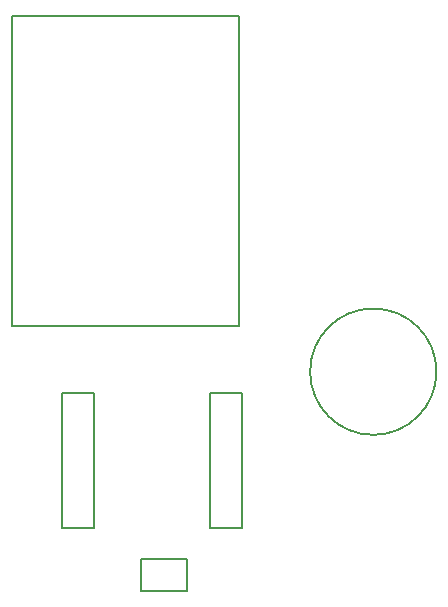
<source format=gbr>
G04*
G04 #@! TF.GenerationSoftware,Altium Limited,Altium Designer,22.4.2 (48)*
G04*
G04 Layer_Color=32768*
%FSLAX25Y25*%
%MOIN*%
G70*
G04*
G04 #@! TF.SameCoordinates,D1C75A00-648E-4898-854E-167750E82D76*
G04*
G04*
G04 #@! TF.FilePolarity,Positive*
G04*
G01*
G75*
%ADD13C,0.00787*%
D13*
X215158Y196850D02*
G03*
X257283Y196850I21063J0D01*
G01*
D02*
G03*
X215158Y196850I-21063J0D01*
G01*
X132480Y144783D02*
X143110D01*
Y189862D01*
X132480D02*
X143110D01*
X132480Y144783D02*
Y189862D01*
X181693Y144783D02*
Y189862D01*
X192323D01*
Y144783D02*
Y189862D01*
X181693Y144783D02*
X192323D01*
X115748Y212165D02*
Y315512D01*
Y212165D02*
X191339D01*
Y315512D01*
X115748D02*
X191339D01*
X158661Y123622D02*
Y134252D01*
Y123622D02*
X174016D01*
Y134252D01*
X158661D02*
X174016D01*
M02*

</source>
